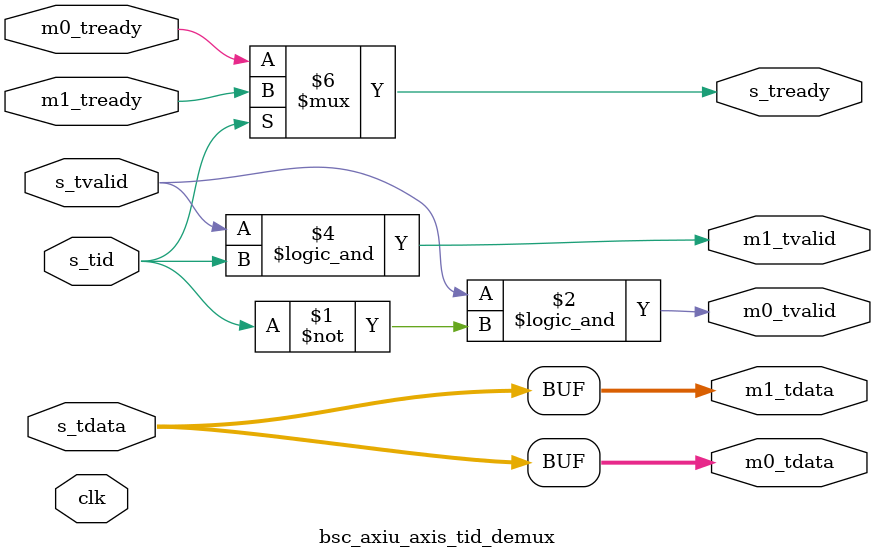
<source format=v>
/*------------------------------------------------------------------------*/
/*    (C) Copyright 2017-2025 Barcelona Supercomputing Center             */
/*                            Centro Nacional de Supercomputacion         */
/*                                                                        */
/*    This file is part of OmpSs@FPGA toolchain.                          */
/*                                                                        */
/*    This code is free software; you can redistribute it and/or modify   */
/*    it under the terms of the GNU Lesser General Public License as      */
/*    published by the Free Software Foundation; either version 3 of      */
/*    the License, or (at your option) any later version.                 */
/*                                                                        */
/*    OmpSs@FPGA toolchain is distributed in the hope that it will be     */
/*    useful, but WITHOUT ANY WARRANTY; without even the implied          */
/*    warranty of MERCHANTABILITY or FITNESS FOR A PARTICULAR PURPOSE.    */
/*    See the GNU Lesser General Public License for more details.         */
/*                                                                        */
/*    You should have received a copy of the GNU Lesser General Public    */
/*    License along with this code. If not, see <www.gnu.org/licenses/>.  */
/*------------------------------------------------------------------------*/

module bsc_axiu_axis_tid_demux (
    input clk,

    input [63:0] s_tdata,
    input  [0:0] s_tid,
    input        s_tvalid,
    input        m0_tready,
    input        m1_tready,

    output [63:0] m0_tdata,
    output [63:0] m1_tdata,
    output        m0_tvalid,
    output        m1_tvalid,
    output        s_tready
);

    assign m0_tvalid = s_tvalid && s_tid == 1'b0;
    assign m1_tvalid = s_tvalid && s_tid == 1'b1;

    assign m0_tdata = s_tdata;
    assign m1_tdata = s_tdata;

    assign s_tready = s_tid == 1'b0 ? m0_tready : m1_tready;

endmodule

</source>
